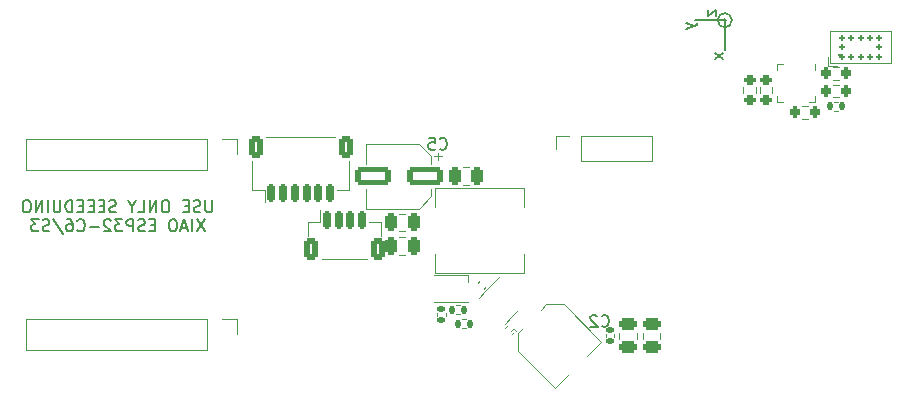
<source format=gbo>
G04 #@! TF.GenerationSoftware,KiCad,Pcbnew,7.0.9*
G04 #@! TF.CreationDate,2024-09-28T03:36:10+08:00*
G04 #@! TF.ProjectId,thingy,7468696e-6779-42e6-9b69-6361645f7063,rev?*
G04 #@! TF.SameCoordinates,Original*
G04 #@! TF.FileFunction,Legend,Bot*
G04 #@! TF.FilePolarity,Positive*
%FSLAX46Y46*%
G04 Gerber Fmt 4.6, Leading zero omitted, Abs format (unit mm)*
G04 Created by KiCad (PCBNEW 7.0.9) date 2024-09-28 03:36:10*
%MOMM*%
%LPD*%
G01*
G04 APERTURE LIST*
G04 Aperture macros list*
%AMRoundRect*
0 Rectangle with rounded corners*
0 $1 Rounding radius*
0 $2 $3 $4 $5 $6 $7 $8 $9 X,Y pos of 4 corners*
0 Add a 4 corners polygon primitive as box body*
4,1,4,$2,$3,$4,$5,$6,$7,$8,$9,$2,$3,0*
0 Add four circle primitives for the rounded corners*
1,1,$1+$1,$2,$3*
1,1,$1+$1,$4,$5*
1,1,$1+$1,$6,$7*
1,1,$1+$1,$8,$9*
0 Add four rect primitives between the rounded corners*
20,1,$1+$1,$2,$3,$4,$5,0*
20,1,$1+$1,$4,$5,$6,$7,0*
20,1,$1+$1,$6,$7,$8,$9,0*
20,1,$1+$1,$8,$9,$2,$3,0*%
%AMRotRect*
0 Rectangle, with rotation*
0 The origin of the aperture is its center*
0 $1 length*
0 $2 width*
0 $3 Rotation angle, in degrees counterclockwise*
0 Add horizontal line*
21,1,$1,$2,0,0,$3*%
G04 Aperture macros list end*
%ADD10C,0.150000*%
%ADD11C,0.120000*%
%ADD12C,0.100000*%
%ADD13RoundRect,0.200000X-0.200000X-0.275000X0.200000X-0.275000X0.200000X0.275000X-0.200000X0.275000X0*%
%ADD14RoundRect,0.250000X-1.272792X0.494975X0.494975X-1.272792X1.272792X-0.494975X-0.494975X1.272792X0*%
%ADD15C,6.500000*%
%ADD16C,4.300000*%
%ADD17RoundRect,0.125000X-0.125000X-0.125000X0.125000X-0.125000X0.125000X0.125000X-0.125000X0.125000X0*%
%ADD18RoundRect,0.062500X-0.127500X-0.062500X0.127500X-0.062500X0.127500X0.062500X-0.127500X0.062500X0*%
%ADD19R,0.450000X0.300000*%
%ADD20R,0.300000X0.450000*%
%ADD21C,2.200000*%
%ADD22RotRect,1.600000X1.600000X225.000000*%
%ADD23C,1.600000*%
%ADD24R,1.700000X1.700000*%
%ADD25O,1.700000X1.700000*%
%ADD26RoundRect,0.150000X0.256326X0.468458X-0.468458X-0.256326X-0.256326X-0.468458X0.468458X0.256326X0*%
%ADD27R,1.350000X1.350000*%
%ADD28O,1.350000X1.350000*%
%ADD29R,2.350000X3.500000*%
%ADD30RoundRect,0.250000X1.250000X0.550000X-1.250000X0.550000X-1.250000X-0.550000X1.250000X-0.550000X0*%
%ADD31RoundRect,0.135000X-0.035355X0.226274X-0.226274X0.035355X0.035355X-0.226274X0.226274X-0.035355X0*%
%ADD32RoundRect,0.135000X-0.135000X-0.185000X0.135000X-0.185000X0.135000X0.185000X-0.135000X0.185000X0*%
%ADD33RoundRect,0.135000X0.135000X0.185000X-0.135000X0.185000X-0.135000X-0.185000X0.135000X-0.185000X0*%
%ADD34R,0.700000X0.700000*%
%ADD35RoundRect,0.200000X-0.275000X0.200000X-0.275000X-0.200000X0.275000X-0.200000X0.275000X0.200000X0*%
%ADD36RoundRect,0.200000X0.200000X0.275000X-0.200000X0.275000X-0.200000X-0.275000X0.200000X-0.275000X0*%
%ADD37RoundRect,0.250000X0.250000X0.475000X-0.250000X0.475000X-0.250000X-0.475000X0.250000X-0.475000X0*%
%ADD38RoundRect,0.250000X-0.250000X-0.475000X0.250000X-0.475000X0.250000X0.475000X-0.250000X0.475000X0*%
%ADD39RoundRect,0.250000X-0.475000X0.250000X-0.475000X-0.250000X0.475000X-0.250000X0.475000X0.250000X0*%
%ADD40C,1.300000*%
%ADD41R,1.300000X1.300000*%
%ADD42RoundRect,0.150000X-0.150000X-0.625000X0.150000X-0.625000X0.150000X0.625000X-0.150000X0.625000X0*%
%ADD43RoundRect,0.250000X-0.350000X-0.650000X0.350000X-0.650000X0.350000X0.650000X-0.350000X0.650000X0*%
%ADD44C,1.700000*%
%ADD45RoundRect,0.140000X-0.170000X0.140000X-0.170000X-0.140000X0.170000X-0.140000X0.170000X0.140000X0*%
%ADD46RoundRect,0.140000X0.021213X-0.219203X0.219203X-0.021213X-0.021213X0.219203X-0.219203X0.021213X0*%
G04 APERTURE END LIST*
D10*
X-7396847Y17858458D02*
X-7396847Y17334649D01*
X-7396847Y17334649D02*
X-6730180Y17858458D01*
X-6730180Y17858458D02*
X-6730180Y17334649D01*
X-9296847Y16758458D02*
X-8630180Y16520363D01*
X-9296847Y16282268D02*
X-8630180Y16520363D01*
X-8630180Y16520363D02*
X-8392085Y16615601D01*
X-8392085Y16615601D02*
X-8344466Y16663220D01*
X-8344466Y16663220D02*
X-8296847Y16758458D01*
X-6130180Y14258458D02*
X-6796847Y13734649D01*
X-6796847Y14258458D02*
X-6130180Y13734649D01*
X-5900000Y17000000D02*
G75*
G03*
X-5900000Y17000000I-100000J0D01*
G01*
X-5400000Y17000000D02*
G75*
G03*
X-5400000Y17000000I-600000J0D01*
G01*
X-6000000Y17000000D02*
X-8500000Y17000000D01*
X-6000000Y17000000D02*
X-6000000Y14500000D01*
X-49400000Y1740180D02*
X-49400000Y930657D01*
X-49400000Y930657D02*
X-49447619Y835419D01*
X-49447619Y835419D02*
X-49495238Y787800D01*
X-49495238Y787800D02*
X-49590476Y740180D01*
X-49590476Y740180D02*
X-49780952Y740180D01*
X-49780952Y740180D02*
X-49876190Y787800D01*
X-49876190Y787800D02*
X-49923809Y835419D01*
X-49923809Y835419D02*
X-49971428Y930657D01*
X-49971428Y930657D02*
X-49971428Y1740180D01*
X-50400000Y787800D02*
X-50542857Y740180D01*
X-50542857Y740180D02*
X-50780952Y740180D01*
X-50780952Y740180D02*
X-50876190Y787800D01*
X-50876190Y787800D02*
X-50923809Y835419D01*
X-50923809Y835419D02*
X-50971428Y930657D01*
X-50971428Y930657D02*
X-50971428Y1025895D01*
X-50971428Y1025895D02*
X-50923809Y1121133D01*
X-50923809Y1121133D02*
X-50876190Y1168752D01*
X-50876190Y1168752D02*
X-50780952Y1216371D01*
X-50780952Y1216371D02*
X-50590476Y1263990D01*
X-50590476Y1263990D02*
X-50495238Y1311609D01*
X-50495238Y1311609D02*
X-50447619Y1359228D01*
X-50447619Y1359228D02*
X-50400000Y1454466D01*
X-50400000Y1454466D02*
X-50400000Y1549704D01*
X-50400000Y1549704D02*
X-50447619Y1644942D01*
X-50447619Y1644942D02*
X-50495238Y1692561D01*
X-50495238Y1692561D02*
X-50590476Y1740180D01*
X-50590476Y1740180D02*
X-50828571Y1740180D01*
X-50828571Y1740180D02*
X-50971428Y1692561D01*
X-51400000Y1263990D02*
X-51733333Y1263990D01*
X-51876190Y740180D02*
X-51400000Y740180D01*
X-51400000Y740180D02*
X-51400000Y1740180D01*
X-51400000Y1740180D02*
X-51876190Y1740180D01*
X-53257143Y1740180D02*
X-53447619Y1740180D01*
X-53447619Y1740180D02*
X-53542857Y1692561D01*
X-53542857Y1692561D02*
X-53638095Y1597323D01*
X-53638095Y1597323D02*
X-53685714Y1406847D01*
X-53685714Y1406847D02*
X-53685714Y1073514D01*
X-53685714Y1073514D02*
X-53638095Y883038D01*
X-53638095Y883038D02*
X-53542857Y787800D01*
X-53542857Y787800D02*
X-53447619Y740180D01*
X-53447619Y740180D02*
X-53257143Y740180D01*
X-53257143Y740180D02*
X-53161905Y787800D01*
X-53161905Y787800D02*
X-53066667Y883038D01*
X-53066667Y883038D02*
X-53019048Y1073514D01*
X-53019048Y1073514D02*
X-53019048Y1406847D01*
X-53019048Y1406847D02*
X-53066667Y1597323D01*
X-53066667Y1597323D02*
X-53161905Y1692561D01*
X-53161905Y1692561D02*
X-53257143Y1740180D01*
X-54114286Y740180D02*
X-54114286Y1740180D01*
X-54114286Y1740180D02*
X-54685714Y740180D01*
X-54685714Y740180D02*
X-54685714Y1740180D01*
X-55638095Y740180D02*
X-55161905Y740180D01*
X-55161905Y740180D02*
X-55161905Y1740180D01*
X-56161905Y1216371D02*
X-56161905Y740180D01*
X-55828572Y1740180D02*
X-56161905Y1216371D01*
X-56161905Y1216371D02*
X-56495238Y1740180D01*
X-57542858Y787800D02*
X-57685715Y740180D01*
X-57685715Y740180D02*
X-57923810Y740180D01*
X-57923810Y740180D02*
X-58019048Y787800D01*
X-58019048Y787800D02*
X-58066667Y835419D01*
X-58066667Y835419D02*
X-58114286Y930657D01*
X-58114286Y930657D02*
X-58114286Y1025895D01*
X-58114286Y1025895D02*
X-58066667Y1121133D01*
X-58066667Y1121133D02*
X-58019048Y1168752D01*
X-58019048Y1168752D02*
X-57923810Y1216371D01*
X-57923810Y1216371D02*
X-57733334Y1263990D01*
X-57733334Y1263990D02*
X-57638096Y1311609D01*
X-57638096Y1311609D02*
X-57590477Y1359228D01*
X-57590477Y1359228D02*
X-57542858Y1454466D01*
X-57542858Y1454466D02*
X-57542858Y1549704D01*
X-57542858Y1549704D02*
X-57590477Y1644942D01*
X-57590477Y1644942D02*
X-57638096Y1692561D01*
X-57638096Y1692561D02*
X-57733334Y1740180D01*
X-57733334Y1740180D02*
X-57971429Y1740180D01*
X-57971429Y1740180D02*
X-58114286Y1692561D01*
X-58542858Y1263990D02*
X-58876191Y1263990D01*
X-59019048Y740180D02*
X-58542858Y740180D01*
X-58542858Y740180D02*
X-58542858Y1740180D01*
X-58542858Y1740180D02*
X-59019048Y1740180D01*
X-59447620Y1263990D02*
X-59780953Y1263990D01*
X-59923810Y740180D02*
X-59447620Y740180D01*
X-59447620Y740180D02*
X-59447620Y1740180D01*
X-59447620Y1740180D02*
X-59923810Y1740180D01*
X-60352382Y1263990D02*
X-60685715Y1263990D01*
X-60828572Y740180D02*
X-60352382Y740180D01*
X-60352382Y740180D02*
X-60352382Y1740180D01*
X-60352382Y1740180D02*
X-60828572Y1740180D01*
X-61257144Y740180D02*
X-61257144Y1740180D01*
X-61257144Y1740180D02*
X-61495239Y1740180D01*
X-61495239Y1740180D02*
X-61638096Y1692561D01*
X-61638096Y1692561D02*
X-61733334Y1597323D01*
X-61733334Y1597323D02*
X-61780953Y1502085D01*
X-61780953Y1502085D02*
X-61828572Y1311609D01*
X-61828572Y1311609D02*
X-61828572Y1168752D01*
X-61828572Y1168752D02*
X-61780953Y978276D01*
X-61780953Y978276D02*
X-61733334Y883038D01*
X-61733334Y883038D02*
X-61638096Y787800D01*
X-61638096Y787800D02*
X-61495239Y740180D01*
X-61495239Y740180D02*
X-61257144Y740180D01*
X-62257144Y1740180D02*
X-62257144Y930657D01*
X-62257144Y930657D02*
X-62304763Y835419D01*
X-62304763Y835419D02*
X-62352382Y787800D01*
X-62352382Y787800D02*
X-62447620Y740180D01*
X-62447620Y740180D02*
X-62638096Y740180D01*
X-62638096Y740180D02*
X-62733334Y787800D01*
X-62733334Y787800D02*
X-62780953Y835419D01*
X-62780953Y835419D02*
X-62828572Y930657D01*
X-62828572Y930657D02*
X-62828572Y1740180D01*
X-63304763Y740180D02*
X-63304763Y1740180D01*
X-63780953Y740180D02*
X-63780953Y1740180D01*
X-63780953Y1740180D02*
X-64352381Y740180D01*
X-64352381Y740180D02*
X-64352381Y1740180D01*
X-65019048Y1740180D02*
X-65209524Y1740180D01*
X-65209524Y1740180D02*
X-65304762Y1692561D01*
X-65304762Y1692561D02*
X-65400000Y1597323D01*
X-65400000Y1597323D02*
X-65447619Y1406847D01*
X-65447619Y1406847D02*
X-65447619Y1073514D01*
X-65447619Y1073514D02*
X-65400000Y883038D01*
X-65400000Y883038D02*
X-65304762Y787800D01*
X-65304762Y787800D02*
X-65209524Y740180D01*
X-65209524Y740180D02*
X-65019048Y740180D01*
X-65019048Y740180D02*
X-64923810Y787800D01*
X-64923810Y787800D02*
X-64828572Y883038D01*
X-64828572Y883038D02*
X-64780953Y1073514D01*
X-64780953Y1073514D02*
X-64780953Y1406847D01*
X-64780953Y1406847D02*
X-64828572Y1597323D01*
X-64828572Y1597323D02*
X-64923810Y1692561D01*
X-64923810Y1692561D02*
X-65019048Y1740180D01*
X-50042857Y130180D02*
X-50709523Y-869819D01*
X-50709523Y130180D02*
X-50042857Y-869819D01*
X-51090476Y-869819D02*
X-51090476Y130180D01*
X-51519047Y-584104D02*
X-51995237Y-584104D01*
X-51423809Y-869819D02*
X-51757142Y130180D01*
X-51757142Y130180D02*
X-52090475Y-869819D01*
X-52614285Y130180D02*
X-52804761Y130180D01*
X-52804761Y130180D02*
X-52899999Y82561D01*
X-52899999Y82561D02*
X-52995237Y-12676D01*
X-52995237Y-12676D02*
X-53042856Y-203152D01*
X-53042856Y-203152D02*
X-53042856Y-536485D01*
X-53042856Y-536485D02*
X-52995237Y-726961D01*
X-52995237Y-726961D02*
X-52899999Y-822200D01*
X-52899999Y-822200D02*
X-52804761Y-869819D01*
X-52804761Y-869819D02*
X-52614285Y-869819D01*
X-52614285Y-869819D02*
X-52519047Y-822200D01*
X-52519047Y-822200D02*
X-52423809Y-726961D01*
X-52423809Y-726961D02*
X-52376190Y-536485D01*
X-52376190Y-536485D02*
X-52376190Y-203152D01*
X-52376190Y-203152D02*
X-52423809Y-12676D01*
X-52423809Y-12676D02*
X-52519047Y82561D01*
X-52519047Y82561D02*
X-52614285Y130180D01*
X-54233333Y-346009D02*
X-54566666Y-346009D01*
X-54709523Y-869819D02*
X-54233333Y-869819D01*
X-54233333Y-869819D02*
X-54233333Y130180D01*
X-54233333Y130180D02*
X-54709523Y130180D01*
X-55090476Y-822200D02*
X-55233333Y-869819D01*
X-55233333Y-869819D02*
X-55471428Y-869819D01*
X-55471428Y-869819D02*
X-55566666Y-822200D01*
X-55566666Y-822200D02*
X-55614285Y-774580D01*
X-55614285Y-774580D02*
X-55661904Y-679342D01*
X-55661904Y-679342D02*
X-55661904Y-584104D01*
X-55661904Y-584104D02*
X-55614285Y-488866D01*
X-55614285Y-488866D02*
X-55566666Y-441247D01*
X-55566666Y-441247D02*
X-55471428Y-393628D01*
X-55471428Y-393628D02*
X-55280952Y-346009D01*
X-55280952Y-346009D02*
X-55185714Y-298390D01*
X-55185714Y-298390D02*
X-55138095Y-250771D01*
X-55138095Y-250771D02*
X-55090476Y-155533D01*
X-55090476Y-155533D02*
X-55090476Y-60295D01*
X-55090476Y-60295D02*
X-55138095Y34942D01*
X-55138095Y34942D02*
X-55185714Y82561D01*
X-55185714Y82561D02*
X-55280952Y130180D01*
X-55280952Y130180D02*
X-55519047Y130180D01*
X-55519047Y130180D02*
X-55661904Y82561D01*
X-56090476Y-869819D02*
X-56090476Y130180D01*
X-56090476Y130180D02*
X-56471428Y130180D01*
X-56471428Y130180D02*
X-56566666Y82561D01*
X-56566666Y82561D02*
X-56614285Y34942D01*
X-56614285Y34942D02*
X-56661904Y-60295D01*
X-56661904Y-60295D02*
X-56661904Y-203152D01*
X-56661904Y-203152D02*
X-56614285Y-298390D01*
X-56614285Y-298390D02*
X-56566666Y-346009D01*
X-56566666Y-346009D02*
X-56471428Y-393628D01*
X-56471428Y-393628D02*
X-56090476Y-393628D01*
X-56995238Y130180D02*
X-57614285Y130180D01*
X-57614285Y130180D02*
X-57280952Y-250771D01*
X-57280952Y-250771D02*
X-57423809Y-250771D01*
X-57423809Y-250771D02*
X-57519047Y-298390D01*
X-57519047Y-298390D02*
X-57566666Y-346009D01*
X-57566666Y-346009D02*
X-57614285Y-441247D01*
X-57614285Y-441247D02*
X-57614285Y-679342D01*
X-57614285Y-679342D02*
X-57566666Y-774580D01*
X-57566666Y-774580D02*
X-57519047Y-822200D01*
X-57519047Y-822200D02*
X-57423809Y-869819D01*
X-57423809Y-869819D02*
X-57138095Y-869819D01*
X-57138095Y-869819D02*
X-57042857Y-822200D01*
X-57042857Y-822200D02*
X-56995238Y-774580D01*
X-57995238Y34942D02*
X-58042857Y82561D01*
X-58042857Y82561D02*
X-58138095Y130180D01*
X-58138095Y130180D02*
X-58376190Y130180D01*
X-58376190Y130180D02*
X-58471428Y82561D01*
X-58471428Y82561D02*
X-58519047Y34942D01*
X-58519047Y34942D02*
X-58566666Y-60295D01*
X-58566666Y-60295D02*
X-58566666Y-155533D01*
X-58566666Y-155533D02*
X-58519047Y-298390D01*
X-58519047Y-298390D02*
X-57947619Y-869819D01*
X-57947619Y-869819D02*
X-58566666Y-869819D01*
X-58995238Y-488866D02*
X-59757143Y-488866D01*
X-60804761Y-774580D02*
X-60757142Y-822200D01*
X-60757142Y-822200D02*
X-60614285Y-869819D01*
X-60614285Y-869819D02*
X-60519047Y-869819D01*
X-60519047Y-869819D02*
X-60376190Y-822200D01*
X-60376190Y-822200D02*
X-60280952Y-726961D01*
X-60280952Y-726961D02*
X-60233333Y-631723D01*
X-60233333Y-631723D02*
X-60185714Y-441247D01*
X-60185714Y-441247D02*
X-60185714Y-298390D01*
X-60185714Y-298390D02*
X-60233333Y-107914D01*
X-60233333Y-107914D02*
X-60280952Y-12676D01*
X-60280952Y-12676D02*
X-60376190Y82561D01*
X-60376190Y82561D02*
X-60519047Y130180D01*
X-60519047Y130180D02*
X-60614285Y130180D01*
X-60614285Y130180D02*
X-60757142Y82561D01*
X-60757142Y82561D02*
X-60804761Y34942D01*
X-61661904Y130180D02*
X-61471428Y130180D01*
X-61471428Y130180D02*
X-61376190Y82561D01*
X-61376190Y82561D02*
X-61328571Y34942D01*
X-61328571Y34942D02*
X-61233333Y-107914D01*
X-61233333Y-107914D02*
X-61185714Y-298390D01*
X-61185714Y-298390D02*
X-61185714Y-679342D01*
X-61185714Y-679342D02*
X-61233333Y-774580D01*
X-61233333Y-774580D02*
X-61280952Y-822200D01*
X-61280952Y-822200D02*
X-61376190Y-869819D01*
X-61376190Y-869819D02*
X-61566666Y-869819D01*
X-61566666Y-869819D02*
X-61661904Y-822200D01*
X-61661904Y-822200D02*
X-61709523Y-774580D01*
X-61709523Y-774580D02*
X-61757142Y-679342D01*
X-61757142Y-679342D02*
X-61757142Y-441247D01*
X-61757142Y-441247D02*
X-61709523Y-346009D01*
X-61709523Y-346009D02*
X-61661904Y-298390D01*
X-61661904Y-298390D02*
X-61566666Y-250771D01*
X-61566666Y-250771D02*
X-61376190Y-250771D01*
X-61376190Y-250771D02*
X-61280952Y-298390D01*
X-61280952Y-298390D02*
X-61233333Y-346009D01*
X-61233333Y-346009D02*
X-61185714Y-441247D01*
X-62899999Y177800D02*
X-62042857Y-1107914D01*
X-63185714Y-822200D02*
X-63328571Y-869819D01*
X-63328571Y-869819D02*
X-63566666Y-869819D01*
X-63566666Y-869819D02*
X-63661904Y-822200D01*
X-63661904Y-822200D02*
X-63709523Y-774580D01*
X-63709523Y-774580D02*
X-63757142Y-679342D01*
X-63757142Y-679342D02*
X-63757142Y-584104D01*
X-63757142Y-584104D02*
X-63709523Y-488866D01*
X-63709523Y-488866D02*
X-63661904Y-441247D01*
X-63661904Y-441247D02*
X-63566666Y-393628D01*
X-63566666Y-393628D02*
X-63376190Y-346009D01*
X-63376190Y-346009D02*
X-63280952Y-298390D01*
X-63280952Y-298390D02*
X-63233333Y-250771D01*
X-63233333Y-250771D02*
X-63185714Y-155533D01*
X-63185714Y-155533D02*
X-63185714Y-60295D01*
X-63185714Y-60295D02*
X-63233333Y34942D01*
X-63233333Y34942D02*
X-63280952Y82561D01*
X-63280952Y82561D02*
X-63376190Y130180D01*
X-63376190Y130180D02*
X-63614285Y130180D01*
X-63614285Y130180D02*
X-63757142Y82561D01*
X-64090476Y130180D02*
X-64709523Y130180D01*
X-64709523Y130180D02*
X-64376190Y-250771D01*
X-64376190Y-250771D02*
X-64519047Y-250771D01*
X-64519047Y-250771D02*
X-64614285Y-298390D01*
X-64614285Y-298390D02*
X-64661904Y-346009D01*
X-64661904Y-346009D02*
X-64709523Y-441247D01*
X-64709523Y-441247D02*
X-64709523Y-679342D01*
X-64709523Y-679342D02*
X-64661904Y-774580D01*
X-64661904Y-774580D02*
X-64614285Y-822200D01*
X-64614285Y-822200D02*
X-64519047Y-869819D01*
X-64519047Y-869819D02*
X-64233333Y-869819D01*
X-64233333Y-869819D02*
X-64138095Y-822200D01*
X-64138095Y-822200D02*
X-64090476Y-774580D01*
X-16433333Y-8859580D02*
X-16385714Y-8907200D01*
X-16385714Y-8907200D02*
X-16242857Y-8954819D01*
X-16242857Y-8954819D02*
X-16147619Y-8954819D01*
X-16147619Y-8954819D02*
X-16004762Y-8907200D01*
X-16004762Y-8907200D02*
X-15909524Y-8811961D01*
X-15909524Y-8811961D02*
X-15861905Y-8716723D01*
X-15861905Y-8716723D02*
X-15814286Y-8526247D01*
X-15814286Y-8526247D02*
X-15814286Y-8383390D01*
X-15814286Y-8383390D02*
X-15861905Y-8192914D01*
X-15861905Y-8192914D02*
X-15909524Y-8097676D01*
X-15909524Y-8097676D02*
X-16004762Y-8002438D01*
X-16004762Y-8002438D02*
X-16147619Y-7954819D01*
X-16147619Y-7954819D02*
X-16242857Y-7954819D01*
X-16242857Y-7954819D02*
X-16385714Y-8002438D01*
X-16385714Y-8002438D02*
X-16433333Y-8050057D01*
X-16814286Y-8050057D02*
X-16861905Y-8002438D01*
X-16861905Y-8002438D02*
X-16957143Y-7954819D01*
X-16957143Y-7954819D02*
X-17195238Y-7954819D01*
X-17195238Y-7954819D02*
X-17290476Y-8002438D01*
X-17290476Y-8002438D02*
X-17338095Y-8050057D01*
X-17338095Y-8050057D02*
X-17385714Y-8145295D01*
X-17385714Y-8145295D02*
X-17385714Y-8240533D01*
X-17385714Y-8240533D02*
X-17338095Y-8383390D01*
X-17338095Y-8383390D02*
X-16766667Y-8954819D01*
X-16766667Y-8954819D02*
X-17385714Y-8954819D01*
X-30133333Y6140419D02*
X-30085714Y6092800D01*
X-30085714Y6092800D02*
X-29942857Y6045180D01*
X-29942857Y6045180D02*
X-29847619Y6045180D01*
X-29847619Y6045180D02*
X-29704762Y6092800D01*
X-29704762Y6092800D02*
X-29609524Y6188038D01*
X-29609524Y6188038D02*
X-29561905Y6283276D01*
X-29561905Y6283276D02*
X-29514286Y6473752D01*
X-29514286Y6473752D02*
X-29514286Y6616609D01*
X-29514286Y6616609D02*
X-29561905Y6807085D01*
X-29561905Y6807085D02*
X-29609524Y6902323D01*
X-29609524Y6902323D02*
X-29704762Y6997561D01*
X-29704762Y6997561D02*
X-29847619Y7045180D01*
X-29847619Y7045180D02*
X-29942857Y7045180D01*
X-29942857Y7045180D02*
X-30085714Y6997561D01*
X-30085714Y6997561D02*
X-30133333Y6949942D01*
X-31038095Y7045180D02*
X-30561905Y7045180D01*
X-30561905Y7045180D02*
X-30514286Y6568990D01*
X-30514286Y6568990D02*
X-30561905Y6616609D01*
X-30561905Y6616609D02*
X-30657143Y6664228D01*
X-30657143Y6664228D02*
X-30895238Y6664228D01*
X-30895238Y6664228D02*
X-30990476Y6616609D01*
X-30990476Y6616609D02*
X-31038095Y6568990D01*
X-31038095Y6568990D02*
X-31085714Y6473752D01*
X-31085714Y6473752D02*
X-31085714Y6235657D01*
X-31085714Y6235657D02*
X-31038095Y6140419D01*
X-31038095Y6140419D02*
X-30990476Y6092800D01*
X-30990476Y6092800D02*
X-30895238Y6045180D01*
X-30895238Y6045180D02*
X-30657143Y6045180D01*
X-30657143Y6045180D02*
X-30561905Y6092800D01*
X-30561905Y6092800D02*
X-30514286Y6140419D01*
D11*
X3162742Y11522500D02*
X3637258Y11522500D01*
X3162742Y10477500D02*
X3637258Y10477500D01*
X-20355741Y-14120387D02*
X-19153659Y-12918306D01*
X-16452512Y-10217158D02*
X-17654593Y-11419240D01*
X-23506300Y-10969829D02*
X-20355741Y-14120387D01*
X-19603070Y-7066599D02*
X-16452512Y-10217158D01*
X-23506300Y-9464487D02*
X-23506300Y-10969829D01*
X-23506300Y-9464487D02*
X-23056889Y-9015076D01*
X-21108412Y-7066599D02*
X-19603070Y-7066599D01*
X-21108412Y-7066599D02*
X-21557823Y-7516010D01*
X-24110478Y-9287313D02*
X-23668536Y-8845371D01*
X-24110478Y-8845371D02*
X-23668536Y-9287313D01*
X8050000Y13350000D02*
X2950000Y13350000D01*
X8050000Y16050000D02*
X8050000Y13350000D01*
X2950000Y13350000D02*
X2950000Y16050000D01*
X2950000Y16050000D02*
X8050000Y16050000D01*
X2700000Y13100000D02*
X3500000Y13100000D01*
X2700000Y13900000D02*
X2700000Y13100000D01*
D12*
X1600000Y10100000D02*
X1600000Y10600000D01*
X1600000Y10100000D02*
X1100000Y10100000D01*
X1600000Y13300000D02*
X1600000Y12800000D01*
X-1100000Y13300000D02*
X-1600000Y13300000D01*
X-1600000Y10100000D02*
X-1100000Y10100000D01*
X-1600000Y10100000D02*
X-1600000Y10600000D01*
X-1600000Y10600000D02*
X-1600000Y10100000D01*
X-1600000Y13300000D02*
X-1600000Y12800000D01*
D11*
X-65170000Y4310000D02*
X-65170000Y6970000D01*
X-49870000Y4310000D02*
X-65170000Y4310000D01*
X-49870000Y4310000D02*
X-49870000Y6970000D01*
X-47270000Y5640000D02*
X-47270000Y6970000D01*
X-49870000Y6970000D02*
X-65170000Y6970000D01*
X-47270000Y6970000D02*
X-48600000Y6970000D01*
X-26279172Y-5929496D02*
X-26844857Y-6495182D01*
X-26279172Y-5929496D02*
X-25006379Y-4656704D01*
X-24072998Y-8135670D02*
X-24638684Y-8701355D01*
X-24072998Y-8135670D02*
X-23507313Y-7569984D01*
X-12140000Y7160000D02*
X-12140000Y5040000D01*
X-18200000Y7160000D02*
X-12140000Y7160000D01*
X-18200000Y7160000D02*
X-18200000Y5040000D01*
X-19200000Y7160000D02*
X-20260000Y7160000D01*
X-20260000Y7160000D02*
X-20260000Y6100000D01*
X-18200000Y5040000D02*
X-12140000Y5040000D01*
X-30535000Y2760000D02*
X-30535000Y1210000D01*
X-30535000Y-4360000D02*
X-30535000Y-2810000D01*
X-23015000Y2760000D02*
X-30535000Y2760000D01*
X-23015000Y2760000D02*
X-23015000Y1210000D01*
X-23015000Y-4360000D02*
X-30535000Y-4360000D01*
X-23015000Y-4360000D02*
X-23015000Y-2810000D01*
X-36360000Y6560000D02*
X-36360000Y4860000D01*
X-36360000Y1040000D02*
X-36360000Y2740000D01*
X-31904437Y6560000D02*
X-36360000Y6560000D01*
X-31904437Y1040000D02*
X-36360000Y1040000D01*
X-30840000Y5495563D02*
X-31904437Y6560000D01*
X-30840000Y5495563D02*
X-30840000Y4860000D01*
X-30840000Y2104437D02*
X-31904437Y1040000D01*
X-30840000Y2104437D02*
X-30840000Y2740000D01*
X-30287500Y5797500D02*
X-30287500Y5172500D01*
X-29975000Y5485000D02*
X-30600000Y5485000D01*
X-24360060Y-8822659D02*
X-24577341Y-9039940D01*
X-23822659Y-9360060D02*
X-24039940Y-9577341D01*
X-28253641Y-9080000D02*
X-27946359Y-9080000D01*
X-28253641Y-8320000D02*
X-27946359Y-8320000D01*
X3553641Y10080000D02*
X3246359Y10080000D01*
X3553641Y9320000D02*
X3246359Y9320000D01*
X-28446359Y-7120000D02*
X-28753641Y-7120000D01*
X-28446359Y-7880000D02*
X-28753641Y-7880000D01*
X-27780000Y-4550000D02*
X-27780000Y-5200000D01*
X-27780000Y-4550000D02*
X-30620000Y-4550000D01*
X-27780000Y-6850000D02*
X-30620000Y-6850000D01*
X-1977500Y11337258D02*
X-1977500Y10862742D01*
X-3022500Y11337258D02*
X-3022500Y10862742D01*
X-3377500Y11337258D02*
X-3377500Y10862742D01*
X-4422500Y11337258D02*
X-4422500Y10862742D01*
X1037258Y8677500D02*
X562742Y8677500D01*
X1037258Y9722500D02*
X562742Y9722500D01*
X3162742Y13022500D02*
X3637258Y13022500D01*
X3162742Y11977500D02*
X3637258Y11977500D01*
X-33038748Y635000D02*
X-33561252Y635000D01*
X-33038748Y-835000D02*
X-33561252Y-835000D01*
X-33038748Y-2835000D02*
X-33561252Y-2835000D01*
X-33038748Y-1365000D02*
X-33561252Y-1365000D01*
X-28161252Y3065000D02*
X-27638748Y3065000D01*
X-28161252Y4535000D02*
X-27638748Y4535000D01*
X-13465000Y-9438748D02*
X-13465000Y-9961252D01*
X-14935000Y-9438748D02*
X-14935000Y-9961252D01*
X-11465000Y-9438748D02*
X-11465000Y-9961252D01*
X-12935000Y-9438748D02*
X-12935000Y-9961252D01*
X-44960000Y2615000D02*
X-44960000Y1625000D01*
X-46010000Y2615000D02*
X-44960000Y2615000D01*
X-37790000Y2615000D02*
X-38840000Y2615000D01*
X-37790000Y5115000D02*
X-37790000Y2615000D01*
X-46010000Y5115000D02*
X-46010000Y2615000D01*
X-44840000Y7085000D02*
X-38960000Y7085000D01*
X-65170000Y-10930000D02*
X-65170000Y-8270000D01*
X-49870000Y-10930000D02*
X-65170000Y-10930000D01*
X-49870000Y-10930000D02*
X-49870000Y-8270000D01*
X-47270000Y-9600000D02*
X-47270000Y-8270000D01*
X-49870000Y-8270000D02*
X-65170000Y-8270000D01*
X-47270000Y-8270000D02*
X-48600000Y-8270000D01*
X-30360000Y-7792164D02*
X-30360000Y-8007836D01*
X-29640000Y-7792164D02*
X-29640000Y-8007836D01*
X-15340000Y-9592164D02*
X-15340000Y-9807836D01*
X-16060000Y-9592164D02*
X-16060000Y-9807836D01*
X-26421693Y-5730810D02*
X-26269190Y-5578307D01*
X-26930810Y-5221693D02*
X-26778307Y-5069190D01*
X-35090000Y-90000D02*
X-36140000Y-90000D01*
X-40140000Y-3210000D02*
X-36260000Y-3210000D01*
X-35090000Y-1240000D02*
X-35090000Y-90000D01*
X-41310000Y-1240000D02*
X-41310000Y-90000D01*
X-40260000Y-90000D02*
X-40260000Y900000D01*
X-41310000Y-90000D02*
X-40260000Y-90000D01*
%LPC*%
D13*
X2575000Y11000000D03*
X4225000Y11000000D03*
D14*
X-18800106Y-11772793D03*
X-21911376Y-8661523D03*
D15*
X22900000Y3475000D03*
X22900000Y-3475000D03*
D16*
X15250000Y15250000D03*
D15*
X31500000Y3475000D03*
X31500000Y-3475000D03*
D17*
X3900000Y14700000D03*
X3900000Y15500000D03*
X4700000Y15500000D03*
X5500000Y15500000D03*
X6300000Y15500000D03*
X7100000Y15500000D03*
X7100000Y14700000D03*
X7100000Y13900000D03*
X6300000Y13900000D03*
X5500000Y13900000D03*
X4700000Y13900000D03*
X3900000Y13900000D03*
D18*
X3760000Y14025000D03*
D16*
X-15250000Y15250000D03*
D19*
X1275000Y12450000D03*
X1275000Y11950000D03*
X1275000Y11450000D03*
X1275000Y10950000D03*
D20*
X750000Y10425000D03*
X250000Y10425000D03*
X-250000Y10425000D03*
X-750000Y10425000D03*
D19*
X-1275000Y10950000D03*
X-1275000Y11450000D03*
X-1275000Y11950000D03*
X-1275000Y12450000D03*
D20*
X-750000Y12975000D03*
X-250000Y12975000D03*
X250000Y12975000D03*
X750000Y12975000D03*
D21*
X-6750000Y10500000D03*
D22*
X25297727Y-10332233D03*
D23*
X21762193Y-13867767D03*
D24*
X-48600000Y5640000D03*
D25*
X-51140000Y5640000D03*
X-53680000Y5640000D03*
X-56220000Y5640000D03*
X-58760000Y5640000D03*
X-61300000Y5640000D03*
X-63840000Y5640000D03*
D26*
X-26652170Y-7165166D03*
X-25980419Y-7836917D03*
X-25308668Y-8508668D03*
X-23700000Y-6900000D03*
X-24371751Y-6228249D03*
X-25043502Y-5556498D03*
D27*
X-19200000Y6100000D03*
D28*
X-17200000Y6100000D03*
X-15200000Y6100000D03*
X-13200000Y6100000D03*
D29*
X-29800000Y-800000D03*
X-23750000Y-800000D03*
D30*
X-35800000Y3800000D03*
X-31400000Y3800000D03*
D31*
X-23839376Y-8839376D03*
X-24560624Y-9560624D03*
D32*
X-28610000Y-8700000D03*
X-27590000Y-8700000D03*
D33*
X3910000Y9700000D03*
X2890000Y9700000D03*
X-28090000Y-7500000D03*
X-29110000Y-7500000D03*
D34*
X-28285000Y-5150000D03*
X-28285000Y-6250000D03*
X-30115000Y-6250000D03*
X-30115000Y-5150000D03*
D35*
X-2500000Y11925000D03*
X-2500000Y10275000D03*
X-3900000Y11925000D03*
X-3900000Y10275000D03*
D36*
X1625000Y9200000D03*
X-25000Y9200000D03*
D13*
X2575000Y12500000D03*
X4225000Y12500000D03*
D37*
X-34250000Y-100000D03*
X-32350000Y-100000D03*
X-32350000Y-2100000D03*
X-34250000Y-2100000D03*
D38*
X-26950000Y3800000D03*
X-28850000Y3800000D03*
D39*
X-14200000Y-8750000D03*
X-14200000Y-10650000D03*
X-12200000Y-8750000D03*
X-12200000Y-10650000D03*
D15*
X-3475000Y23000000D03*
X3475000Y23000000D03*
D21*
X6750000Y-10500000D03*
X-6750000Y-10500000D03*
D16*
X-15250000Y-15250000D03*
D21*
X6750000Y10500000D03*
D16*
X15250000Y-15250000D03*
D15*
X3475000Y-23000000D03*
X-3475000Y-23000000D03*
D40*
X3175000Y17087500D03*
X1905000Y14547500D03*
X635000Y17087500D03*
X-635000Y14547500D03*
X-1905000Y17087500D03*
D41*
X-3175000Y14547500D03*
D42*
X-44400000Y2400000D03*
X-43400000Y2400000D03*
X-42400000Y2400000D03*
X-41400000Y2400000D03*
X-40400000Y2400000D03*
X-39400000Y2400000D03*
D43*
X-38100000Y6275000D03*
X-45700000Y6275000D03*
D44*
X-48600000Y-9600000D03*
D25*
X-51140000Y-9600000D03*
X-53680000Y-9600000D03*
X-56220000Y-9600000D03*
X-58760000Y-9600000D03*
X-61300000Y-9600000D03*
X-63840000Y-9600000D03*
D44*
X-32050000Y-7190000D03*
D25*
X-32050000Y-4650000D03*
X-34590000Y-7190000D03*
X-34590000Y-4650000D03*
X-37130000Y-7190000D03*
X-37130000Y-4650000D03*
X-39670000Y-7190000D03*
X-39670000Y-4650000D03*
X-42210000Y-7190000D03*
X-42210000Y-4650000D03*
X-44750000Y-7190000D03*
X-44750000Y-4650000D03*
X-47290000Y-7190000D03*
X-47290000Y-4650000D03*
X-49830000Y-7190000D03*
X-49830000Y-4650000D03*
X-52370000Y-7190000D03*
X-52370000Y-4650000D03*
X-54910000Y-7190000D03*
X-54910000Y-4650000D03*
X-57450000Y-7190000D03*
X-57450000Y-4650000D03*
X-59990000Y-7190000D03*
X-59990000Y-4650000D03*
X-62530000Y-7190000D03*
X-62530000Y-4650000D03*
X-65070000Y-7190000D03*
X-65070000Y-4650000D03*
X-67610000Y-7190000D03*
X-67610000Y-4650000D03*
X-70150000Y-7190000D03*
X-70150000Y-4650000D03*
X-72690000Y-7190000D03*
X-72690000Y-4650000D03*
X-75230000Y-7190000D03*
X-75230000Y-4650000D03*
X-77770000Y-7190000D03*
X-77770000Y-4650000D03*
X-80310000Y-7190000D03*
X-80310000Y-4650000D03*
D45*
X-30000000Y-8380000D03*
X-30000000Y-7420000D03*
X-15700000Y-9220000D03*
X-15700000Y-10180000D03*
D46*
X-26260589Y-5060589D03*
X-26939411Y-5739411D03*
D42*
X-39700000Y125000D03*
X-38700000Y125000D03*
X-37700000Y125000D03*
X-36700000Y125000D03*
D43*
X-41000000Y-2400000D03*
X-35400000Y-2400000D03*
%LPD*%
M02*

</source>
